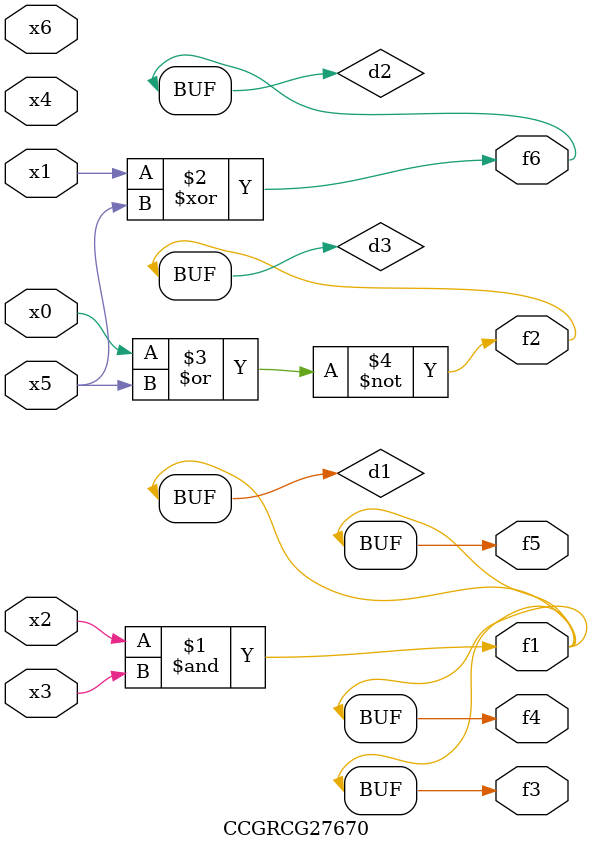
<source format=v>
module CCGRCG27670(
	input x0, x1, x2, x3, x4, x5, x6,
	output f1, f2, f3, f4, f5, f6
);

	wire d1, d2, d3;

	and (d1, x2, x3);
	xor (d2, x1, x5);
	nor (d3, x0, x5);
	assign f1 = d1;
	assign f2 = d3;
	assign f3 = d1;
	assign f4 = d1;
	assign f5 = d1;
	assign f6 = d2;
endmodule

</source>
